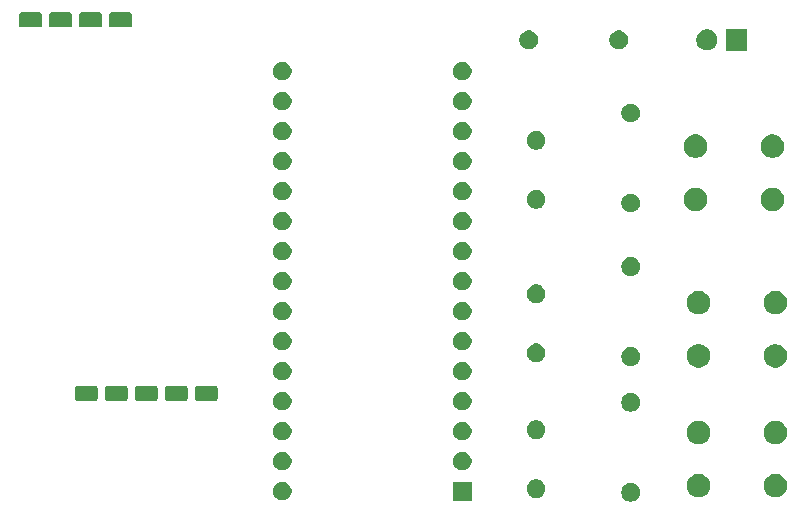
<source format=gbr>
%TF.GenerationSoftware,KiCad,Pcbnew,9.0.1*%
%TF.CreationDate,2025-04-21T23:45:22+05:30*%
%TF.ProjectId,L-1,4c2d312e-6b69-4636-9164-5f7063625858,rev?*%
%TF.SameCoordinates,Original*%
%TF.FileFunction,Soldermask,Top*%
%TF.FilePolarity,Negative*%
%FSLAX46Y46*%
G04 Gerber Fmt 4.6, Leading zero omitted, Abs format (unit mm)*
G04 Created by KiCad (PCBNEW 9.0.1) date 2025-04-21 23:45:22*
%MOMM*%
%LPD*%
G01*
G04 APERTURE LIST*
G04 APERTURE END LIST*
G36*
X134232228Y-99544448D02*
G01*
X134377117Y-99604463D01*
X134507515Y-99691592D01*
X134618408Y-99802485D01*
X134705537Y-99932883D01*
X134765552Y-100077772D01*
X134796148Y-100231586D01*
X134796148Y-100388414D01*
X134765552Y-100542228D01*
X134705537Y-100687117D01*
X134618408Y-100817515D01*
X134507515Y-100928408D01*
X134377117Y-101015537D01*
X134232228Y-101075552D01*
X134078414Y-101106148D01*
X133921586Y-101106148D01*
X133767772Y-101075552D01*
X133622883Y-101015537D01*
X133492485Y-100928408D01*
X133381592Y-100817515D01*
X133294463Y-100687117D01*
X133234448Y-100542228D01*
X133203852Y-100388414D01*
X133203852Y-100231586D01*
X133234448Y-100077772D01*
X133294463Y-99932883D01*
X133381592Y-99802485D01*
X133492485Y-99691592D01*
X133622883Y-99604463D01*
X133767772Y-99544448D01*
X133921586Y-99513852D01*
X134078414Y-99513852D01*
X134232228Y-99544448D01*
G37*
G36*
X120540000Y-101000000D02*
G01*
X118940000Y-101000000D01*
X118940000Y-99400000D01*
X120540000Y-99400000D01*
X120540000Y-101000000D01*
G37*
G36*
X104732228Y-99434448D02*
G01*
X104877117Y-99494463D01*
X105007515Y-99581592D01*
X105118408Y-99692485D01*
X105205537Y-99822883D01*
X105265552Y-99967772D01*
X105296148Y-100121586D01*
X105296148Y-100278414D01*
X105265552Y-100432228D01*
X105205537Y-100577117D01*
X105118408Y-100707515D01*
X105007515Y-100818408D01*
X104877117Y-100905537D01*
X104732228Y-100965552D01*
X104578414Y-100996148D01*
X104421586Y-100996148D01*
X104267772Y-100965552D01*
X104122883Y-100905537D01*
X103992485Y-100818408D01*
X103881592Y-100707515D01*
X103794463Y-100577117D01*
X103734448Y-100432228D01*
X103703852Y-100278414D01*
X103703852Y-100121586D01*
X103734448Y-99967772D01*
X103794463Y-99822883D01*
X103881592Y-99692485D01*
X103992485Y-99581592D01*
X104122883Y-99494463D01*
X104267772Y-99434448D01*
X104421586Y-99403852D01*
X104578414Y-99403852D01*
X104732228Y-99434448D01*
G37*
G36*
X126232228Y-99234448D02*
G01*
X126377117Y-99294463D01*
X126507515Y-99381592D01*
X126618408Y-99492485D01*
X126705537Y-99622883D01*
X126765552Y-99767772D01*
X126796148Y-99921586D01*
X126796148Y-100078414D01*
X126765552Y-100232228D01*
X126705537Y-100377117D01*
X126618408Y-100507515D01*
X126507515Y-100618408D01*
X126377117Y-100705537D01*
X126232228Y-100765552D01*
X126078414Y-100796148D01*
X125921586Y-100796148D01*
X125767772Y-100765552D01*
X125622883Y-100705537D01*
X125492485Y-100618408D01*
X125381592Y-100507515D01*
X125294463Y-100377117D01*
X125234448Y-100232228D01*
X125203852Y-100078414D01*
X125203852Y-99921586D01*
X125234448Y-99767772D01*
X125294463Y-99622883D01*
X125381592Y-99492485D01*
X125492485Y-99381592D01*
X125622883Y-99294463D01*
X125767772Y-99234448D01*
X125921586Y-99203852D01*
X126078414Y-99203852D01*
X126232228Y-99234448D01*
G37*
G36*
X140040285Y-98793060D02*
G01*
X140221397Y-98868079D01*
X140384393Y-98976990D01*
X140523010Y-99115607D01*
X140631921Y-99278603D01*
X140706940Y-99459715D01*
X140745185Y-99651983D01*
X140745185Y-99848017D01*
X140706940Y-100040285D01*
X140631921Y-100221397D01*
X140523010Y-100384393D01*
X140384393Y-100523010D01*
X140221397Y-100631921D01*
X140040285Y-100706940D01*
X139848017Y-100745185D01*
X139651983Y-100745185D01*
X139459715Y-100706940D01*
X139278603Y-100631921D01*
X139115607Y-100523010D01*
X138976990Y-100384393D01*
X138868079Y-100221397D01*
X138793060Y-100040285D01*
X138754815Y-99848017D01*
X138754815Y-99651983D01*
X138793060Y-99459715D01*
X138868079Y-99278603D01*
X138976990Y-99115607D01*
X139115607Y-98976990D01*
X139278603Y-98868079D01*
X139459715Y-98793060D01*
X139651983Y-98754815D01*
X139848017Y-98754815D01*
X140040285Y-98793060D01*
G37*
G36*
X146540285Y-98793060D02*
G01*
X146721397Y-98868079D01*
X146884393Y-98976990D01*
X147023010Y-99115607D01*
X147131921Y-99278603D01*
X147206940Y-99459715D01*
X147245185Y-99651983D01*
X147245185Y-99848017D01*
X147206940Y-100040285D01*
X147131921Y-100221397D01*
X147023010Y-100384393D01*
X146884393Y-100523010D01*
X146721397Y-100631921D01*
X146540285Y-100706940D01*
X146348017Y-100745185D01*
X146151983Y-100745185D01*
X145959715Y-100706940D01*
X145778603Y-100631921D01*
X145615607Y-100523010D01*
X145476990Y-100384393D01*
X145368079Y-100221397D01*
X145293060Y-100040285D01*
X145254815Y-99848017D01*
X145254815Y-99651983D01*
X145293060Y-99459715D01*
X145368079Y-99278603D01*
X145476990Y-99115607D01*
X145615607Y-98976990D01*
X145778603Y-98868079D01*
X145959715Y-98793060D01*
X146151983Y-98754815D01*
X146348017Y-98754815D01*
X146540285Y-98793060D01*
G37*
G36*
X104732228Y-96894448D02*
G01*
X104877117Y-96954463D01*
X105007515Y-97041592D01*
X105118408Y-97152485D01*
X105205537Y-97282883D01*
X105265552Y-97427772D01*
X105296148Y-97581586D01*
X105296148Y-97738414D01*
X105265552Y-97892228D01*
X105205537Y-98037117D01*
X105118408Y-98167515D01*
X105007515Y-98278408D01*
X104877117Y-98365537D01*
X104732228Y-98425552D01*
X104578414Y-98456148D01*
X104421586Y-98456148D01*
X104267772Y-98425552D01*
X104122883Y-98365537D01*
X103992485Y-98278408D01*
X103881592Y-98167515D01*
X103794463Y-98037117D01*
X103734448Y-97892228D01*
X103703852Y-97738414D01*
X103703852Y-97581586D01*
X103734448Y-97427772D01*
X103794463Y-97282883D01*
X103881592Y-97152485D01*
X103992485Y-97041592D01*
X104122883Y-96954463D01*
X104267772Y-96894448D01*
X104421586Y-96863852D01*
X104578414Y-96863852D01*
X104732228Y-96894448D01*
G37*
G36*
X119972228Y-96894448D02*
G01*
X120117117Y-96954463D01*
X120247515Y-97041592D01*
X120358408Y-97152485D01*
X120445537Y-97282883D01*
X120505552Y-97427772D01*
X120536148Y-97581586D01*
X120536148Y-97738414D01*
X120505552Y-97892228D01*
X120445537Y-98037117D01*
X120358408Y-98167515D01*
X120247515Y-98278408D01*
X120117117Y-98365537D01*
X119972228Y-98425552D01*
X119818414Y-98456148D01*
X119661586Y-98456148D01*
X119507772Y-98425552D01*
X119362883Y-98365537D01*
X119232485Y-98278408D01*
X119121592Y-98167515D01*
X119034463Y-98037117D01*
X118974448Y-97892228D01*
X118943852Y-97738414D01*
X118943852Y-97581586D01*
X118974448Y-97427772D01*
X119034463Y-97282883D01*
X119121592Y-97152485D01*
X119232485Y-97041592D01*
X119362883Y-96954463D01*
X119507772Y-96894448D01*
X119661586Y-96863852D01*
X119818414Y-96863852D01*
X119972228Y-96894448D01*
G37*
G36*
X140040285Y-94293060D02*
G01*
X140221397Y-94368079D01*
X140384393Y-94476990D01*
X140523010Y-94615607D01*
X140631921Y-94778603D01*
X140706940Y-94959715D01*
X140745185Y-95151983D01*
X140745185Y-95348017D01*
X140706940Y-95540285D01*
X140631921Y-95721397D01*
X140523010Y-95884393D01*
X140384393Y-96023010D01*
X140221397Y-96131921D01*
X140040285Y-96206940D01*
X139848017Y-96245185D01*
X139651983Y-96245185D01*
X139459715Y-96206940D01*
X139278603Y-96131921D01*
X139115607Y-96023010D01*
X138976990Y-95884393D01*
X138868079Y-95721397D01*
X138793060Y-95540285D01*
X138754815Y-95348017D01*
X138754815Y-95151983D01*
X138793060Y-94959715D01*
X138868079Y-94778603D01*
X138976990Y-94615607D01*
X139115607Y-94476990D01*
X139278603Y-94368079D01*
X139459715Y-94293060D01*
X139651983Y-94254815D01*
X139848017Y-94254815D01*
X140040285Y-94293060D01*
G37*
G36*
X146540285Y-94293060D02*
G01*
X146721397Y-94368079D01*
X146884393Y-94476990D01*
X147023010Y-94615607D01*
X147131921Y-94778603D01*
X147206940Y-94959715D01*
X147245185Y-95151983D01*
X147245185Y-95348017D01*
X147206940Y-95540285D01*
X147131921Y-95721397D01*
X147023010Y-95884393D01*
X146884393Y-96023010D01*
X146721397Y-96131921D01*
X146540285Y-96206940D01*
X146348017Y-96245185D01*
X146151983Y-96245185D01*
X145959715Y-96206940D01*
X145778603Y-96131921D01*
X145615607Y-96023010D01*
X145476990Y-95884393D01*
X145368079Y-95721397D01*
X145293060Y-95540285D01*
X145254815Y-95348017D01*
X145254815Y-95151983D01*
X145293060Y-94959715D01*
X145368079Y-94778603D01*
X145476990Y-94615607D01*
X145615607Y-94476990D01*
X145778603Y-94368079D01*
X145959715Y-94293060D01*
X146151983Y-94254815D01*
X146348017Y-94254815D01*
X146540285Y-94293060D01*
G37*
G36*
X104732228Y-94354448D02*
G01*
X104877117Y-94414463D01*
X105007515Y-94501592D01*
X105118408Y-94612485D01*
X105205537Y-94742883D01*
X105265552Y-94887772D01*
X105296148Y-95041586D01*
X105296148Y-95198414D01*
X105265552Y-95352228D01*
X105205537Y-95497117D01*
X105118408Y-95627515D01*
X105007515Y-95738408D01*
X104877117Y-95825537D01*
X104732228Y-95885552D01*
X104578414Y-95916148D01*
X104421586Y-95916148D01*
X104267772Y-95885552D01*
X104122883Y-95825537D01*
X103992485Y-95738408D01*
X103881592Y-95627515D01*
X103794463Y-95497117D01*
X103734448Y-95352228D01*
X103703852Y-95198414D01*
X103703852Y-95041586D01*
X103734448Y-94887772D01*
X103794463Y-94742883D01*
X103881592Y-94612485D01*
X103992485Y-94501592D01*
X104122883Y-94414463D01*
X104267772Y-94354448D01*
X104421586Y-94323852D01*
X104578414Y-94323852D01*
X104732228Y-94354448D01*
G37*
G36*
X119972228Y-94354448D02*
G01*
X120117117Y-94414463D01*
X120247515Y-94501592D01*
X120358408Y-94612485D01*
X120445537Y-94742883D01*
X120505552Y-94887772D01*
X120536148Y-95041586D01*
X120536148Y-95198414D01*
X120505552Y-95352228D01*
X120445537Y-95497117D01*
X120358408Y-95627515D01*
X120247515Y-95738408D01*
X120117117Y-95825537D01*
X119972228Y-95885552D01*
X119818414Y-95916148D01*
X119661586Y-95916148D01*
X119507772Y-95885552D01*
X119362883Y-95825537D01*
X119232485Y-95738408D01*
X119121592Y-95627515D01*
X119034463Y-95497117D01*
X118974448Y-95352228D01*
X118943852Y-95198414D01*
X118943852Y-95041586D01*
X118974448Y-94887772D01*
X119034463Y-94742883D01*
X119121592Y-94612485D01*
X119232485Y-94501592D01*
X119362883Y-94414463D01*
X119507772Y-94354448D01*
X119661586Y-94323852D01*
X119818414Y-94323852D01*
X119972228Y-94354448D01*
G37*
G36*
X126232228Y-94234448D02*
G01*
X126377117Y-94294463D01*
X126507515Y-94381592D01*
X126618408Y-94492485D01*
X126705537Y-94622883D01*
X126765552Y-94767772D01*
X126796148Y-94921586D01*
X126796148Y-95078414D01*
X126765552Y-95232228D01*
X126705537Y-95377117D01*
X126618408Y-95507515D01*
X126507515Y-95618408D01*
X126377117Y-95705537D01*
X126232228Y-95765552D01*
X126078414Y-95796148D01*
X125921586Y-95796148D01*
X125767772Y-95765552D01*
X125622883Y-95705537D01*
X125492485Y-95618408D01*
X125381592Y-95507515D01*
X125294463Y-95377117D01*
X125234448Y-95232228D01*
X125203852Y-95078414D01*
X125203852Y-94921586D01*
X125234448Y-94767772D01*
X125294463Y-94622883D01*
X125381592Y-94492485D01*
X125492485Y-94381592D01*
X125622883Y-94294463D01*
X125767772Y-94234448D01*
X125921586Y-94203852D01*
X126078414Y-94203852D01*
X126232228Y-94234448D01*
G37*
G36*
X134232228Y-91924448D02*
G01*
X134377117Y-91984463D01*
X134507515Y-92071592D01*
X134618408Y-92182485D01*
X134705537Y-92312883D01*
X134765552Y-92457772D01*
X134796148Y-92611586D01*
X134796148Y-92768414D01*
X134765552Y-92922228D01*
X134705537Y-93067117D01*
X134618408Y-93197515D01*
X134507515Y-93308408D01*
X134377117Y-93395537D01*
X134232228Y-93455552D01*
X134078414Y-93486148D01*
X133921586Y-93486148D01*
X133767772Y-93455552D01*
X133622883Y-93395537D01*
X133492485Y-93308408D01*
X133381592Y-93197515D01*
X133294463Y-93067117D01*
X133234448Y-92922228D01*
X133203852Y-92768414D01*
X133203852Y-92611586D01*
X133234448Y-92457772D01*
X133294463Y-92312883D01*
X133381592Y-92182485D01*
X133492485Y-92071592D01*
X133622883Y-91984463D01*
X133767772Y-91924448D01*
X133921586Y-91893852D01*
X134078414Y-91893852D01*
X134232228Y-91924448D01*
G37*
G36*
X104732228Y-91814448D02*
G01*
X104877117Y-91874463D01*
X105007515Y-91961592D01*
X105118408Y-92072485D01*
X105205537Y-92202883D01*
X105265552Y-92347772D01*
X105296148Y-92501586D01*
X105296148Y-92658414D01*
X105265552Y-92812228D01*
X105205537Y-92957117D01*
X105118408Y-93087515D01*
X105007515Y-93198408D01*
X104877117Y-93285537D01*
X104732228Y-93345552D01*
X104578414Y-93376148D01*
X104421586Y-93376148D01*
X104267772Y-93345552D01*
X104122883Y-93285537D01*
X103992485Y-93198408D01*
X103881592Y-93087515D01*
X103794463Y-92957117D01*
X103734448Y-92812228D01*
X103703852Y-92658414D01*
X103703852Y-92501586D01*
X103734448Y-92347772D01*
X103794463Y-92202883D01*
X103881592Y-92072485D01*
X103992485Y-91961592D01*
X104122883Y-91874463D01*
X104267772Y-91814448D01*
X104421586Y-91783852D01*
X104578414Y-91783852D01*
X104732228Y-91814448D01*
G37*
G36*
X119972228Y-91814448D02*
G01*
X120117117Y-91874463D01*
X120247515Y-91961592D01*
X120358408Y-92072485D01*
X120445537Y-92202883D01*
X120505552Y-92347772D01*
X120536148Y-92501586D01*
X120536148Y-92658414D01*
X120505552Y-92812228D01*
X120445537Y-92957117D01*
X120358408Y-93087515D01*
X120247515Y-93198408D01*
X120117117Y-93285537D01*
X119972228Y-93345552D01*
X119818414Y-93376148D01*
X119661586Y-93376148D01*
X119507772Y-93345552D01*
X119362883Y-93285537D01*
X119232485Y-93198408D01*
X119121592Y-93087515D01*
X119034463Y-92957117D01*
X118974448Y-92812228D01*
X118943852Y-92658414D01*
X118943852Y-92501586D01*
X118974448Y-92347772D01*
X119034463Y-92202883D01*
X119121592Y-92072485D01*
X119232485Y-91961592D01*
X119362883Y-91874463D01*
X119507772Y-91814448D01*
X119661586Y-91783852D01*
X119818414Y-91783852D01*
X119972228Y-91814448D01*
G37*
G36*
X88754901Y-91299501D02*
G01*
X88816704Y-91340796D01*
X88857999Y-91402599D01*
X88872500Y-91475500D01*
X88872500Y-92364500D01*
X88857999Y-92437401D01*
X88816704Y-92499204D01*
X88754901Y-92540499D01*
X88682000Y-92555000D01*
X87158000Y-92555000D01*
X87085099Y-92540499D01*
X87023296Y-92499204D01*
X86982001Y-92437401D01*
X86967500Y-92364500D01*
X86967500Y-91475500D01*
X86982001Y-91402599D01*
X87023296Y-91340796D01*
X87085099Y-91299501D01*
X87158000Y-91285000D01*
X88682000Y-91285000D01*
X88754901Y-91299501D01*
G37*
G36*
X91294901Y-91299501D02*
G01*
X91356704Y-91340796D01*
X91397999Y-91402599D01*
X91412500Y-91475500D01*
X91412500Y-92364500D01*
X91397999Y-92437401D01*
X91356704Y-92499204D01*
X91294901Y-92540499D01*
X91222000Y-92555000D01*
X89698000Y-92555000D01*
X89625099Y-92540499D01*
X89563296Y-92499204D01*
X89522001Y-92437401D01*
X89507500Y-92364500D01*
X89507500Y-91475500D01*
X89522001Y-91402599D01*
X89563296Y-91340796D01*
X89625099Y-91299501D01*
X89698000Y-91285000D01*
X91222000Y-91285000D01*
X91294901Y-91299501D01*
G37*
G36*
X93834901Y-91299501D02*
G01*
X93896704Y-91340796D01*
X93937999Y-91402599D01*
X93952500Y-91475500D01*
X93952500Y-92364500D01*
X93937999Y-92437401D01*
X93896704Y-92499204D01*
X93834901Y-92540499D01*
X93762000Y-92555000D01*
X92238000Y-92555000D01*
X92165099Y-92540499D01*
X92103296Y-92499204D01*
X92062001Y-92437401D01*
X92047500Y-92364500D01*
X92047500Y-91475500D01*
X92062001Y-91402599D01*
X92103296Y-91340796D01*
X92165099Y-91299501D01*
X92238000Y-91285000D01*
X93762000Y-91285000D01*
X93834901Y-91299501D01*
G37*
G36*
X96374901Y-91299501D02*
G01*
X96436704Y-91340796D01*
X96477999Y-91402599D01*
X96492500Y-91475500D01*
X96492500Y-92364500D01*
X96477999Y-92437401D01*
X96436704Y-92499204D01*
X96374901Y-92540499D01*
X96302000Y-92555000D01*
X94778000Y-92555000D01*
X94705099Y-92540499D01*
X94643296Y-92499204D01*
X94602001Y-92437401D01*
X94587500Y-92364500D01*
X94587500Y-91475500D01*
X94602001Y-91402599D01*
X94643296Y-91340796D01*
X94705099Y-91299501D01*
X94778000Y-91285000D01*
X96302000Y-91285000D01*
X96374901Y-91299501D01*
G37*
G36*
X98914901Y-91299501D02*
G01*
X98976704Y-91340796D01*
X99017999Y-91402599D01*
X99032500Y-91475500D01*
X99032500Y-92364500D01*
X99017999Y-92437401D01*
X98976704Y-92499204D01*
X98914901Y-92540499D01*
X98842000Y-92555000D01*
X97318000Y-92555000D01*
X97245099Y-92540499D01*
X97183296Y-92499204D01*
X97142001Y-92437401D01*
X97127500Y-92364500D01*
X97127500Y-91475500D01*
X97142001Y-91402599D01*
X97183296Y-91340796D01*
X97245099Y-91299501D01*
X97318000Y-91285000D01*
X98842000Y-91285000D01*
X98914901Y-91299501D01*
G37*
G36*
X104732228Y-89274448D02*
G01*
X104877117Y-89334463D01*
X105007515Y-89421592D01*
X105118408Y-89532485D01*
X105205537Y-89662883D01*
X105265552Y-89807772D01*
X105296148Y-89961586D01*
X105296148Y-90118414D01*
X105265552Y-90272228D01*
X105205537Y-90417117D01*
X105118408Y-90547515D01*
X105007515Y-90658408D01*
X104877117Y-90745537D01*
X104732228Y-90805552D01*
X104578414Y-90836148D01*
X104421586Y-90836148D01*
X104267772Y-90805552D01*
X104122883Y-90745537D01*
X103992485Y-90658408D01*
X103881592Y-90547515D01*
X103794463Y-90417117D01*
X103734448Y-90272228D01*
X103703852Y-90118414D01*
X103703852Y-89961586D01*
X103734448Y-89807772D01*
X103794463Y-89662883D01*
X103881592Y-89532485D01*
X103992485Y-89421592D01*
X104122883Y-89334463D01*
X104267772Y-89274448D01*
X104421586Y-89243852D01*
X104578414Y-89243852D01*
X104732228Y-89274448D01*
G37*
G36*
X119972228Y-89274448D02*
G01*
X120117117Y-89334463D01*
X120247515Y-89421592D01*
X120358408Y-89532485D01*
X120445537Y-89662883D01*
X120505552Y-89807772D01*
X120536148Y-89961586D01*
X120536148Y-90118414D01*
X120505552Y-90272228D01*
X120445537Y-90417117D01*
X120358408Y-90547515D01*
X120247515Y-90658408D01*
X120117117Y-90745537D01*
X119972228Y-90805552D01*
X119818414Y-90836148D01*
X119661586Y-90836148D01*
X119507772Y-90805552D01*
X119362883Y-90745537D01*
X119232485Y-90658408D01*
X119121592Y-90547515D01*
X119034463Y-90417117D01*
X118974448Y-90272228D01*
X118943852Y-90118414D01*
X118943852Y-89961586D01*
X118974448Y-89807772D01*
X119034463Y-89662883D01*
X119121592Y-89532485D01*
X119232485Y-89421592D01*
X119362883Y-89334463D01*
X119507772Y-89274448D01*
X119661586Y-89243852D01*
X119818414Y-89243852D01*
X119972228Y-89274448D01*
G37*
G36*
X140040285Y-87793060D02*
G01*
X140221397Y-87868079D01*
X140384393Y-87976990D01*
X140523010Y-88115607D01*
X140631921Y-88278603D01*
X140706940Y-88459715D01*
X140745185Y-88651983D01*
X140745185Y-88848017D01*
X140706940Y-89040285D01*
X140631921Y-89221397D01*
X140523010Y-89384393D01*
X140384393Y-89523010D01*
X140221397Y-89631921D01*
X140040285Y-89706940D01*
X139848017Y-89745185D01*
X139651983Y-89745185D01*
X139459715Y-89706940D01*
X139278603Y-89631921D01*
X139115607Y-89523010D01*
X138976990Y-89384393D01*
X138868079Y-89221397D01*
X138793060Y-89040285D01*
X138754815Y-88848017D01*
X138754815Y-88651983D01*
X138793060Y-88459715D01*
X138868079Y-88278603D01*
X138976990Y-88115607D01*
X139115607Y-87976990D01*
X139278603Y-87868079D01*
X139459715Y-87793060D01*
X139651983Y-87754815D01*
X139848017Y-87754815D01*
X140040285Y-87793060D01*
G37*
G36*
X146540285Y-87793060D02*
G01*
X146721397Y-87868079D01*
X146884393Y-87976990D01*
X147023010Y-88115607D01*
X147131921Y-88278603D01*
X147206940Y-88459715D01*
X147245185Y-88651983D01*
X147245185Y-88848017D01*
X147206940Y-89040285D01*
X147131921Y-89221397D01*
X147023010Y-89384393D01*
X146884393Y-89523010D01*
X146721397Y-89631921D01*
X146540285Y-89706940D01*
X146348017Y-89745185D01*
X146151983Y-89745185D01*
X145959715Y-89706940D01*
X145778603Y-89631921D01*
X145615607Y-89523010D01*
X145476990Y-89384393D01*
X145368079Y-89221397D01*
X145293060Y-89040285D01*
X145254815Y-88848017D01*
X145254815Y-88651983D01*
X145293060Y-88459715D01*
X145368079Y-88278603D01*
X145476990Y-88115607D01*
X145615607Y-87976990D01*
X145778603Y-87868079D01*
X145959715Y-87793060D01*
X146151983Y-87754815D01*
X146348017Y-87754815D01*
X146540285Y-87793060D01*
G37*
G36*
X134232228Y-88044448D02*
G01*
X134377117Y-88104463D01*
X134507515Y-88191592D01*
X134618408Y-88302485D01*
X134705537Y-88432883D01*
X134765552Y-88577772D01*
X134796148Y-88731586D01*
X134796148Y-88888414D01*
X134765552Y-89042228D01*
X134705537Y-89187117D01*
X134618408Y-89317515D01*
X134507515Y-89428408D01*
X134377117Y-89515537D01*
X134232228Y-89575552D01*
X134078414Y-89606148D01*
X133921586Y-89606148D01*
X133767772Y-89575552D01*
X133622883Y-89515537D01*
X133492485Y-89428408D01*
X133381592Y-89317515D01*
X133294463Y-89187117D01*
X133234448Y-89042228D01*
X133203852Y-88888414D01*
X133203852Y-88731586D01*
X133234448Y-88577772D01*
X133294463Y-88432883D01*
X133381592Y-88302485D01*
X133492485Y-88191592D01*
X133622883Y-88104463D01*
X133767772Y-88044448D01*
X133921586Y-88013852D01*
X134078414Y-88013852D01*
X134232228Y-88044448D01*
G37*
G36*
X126232228Y-87734448D02*
G01*
X126377117Y-87794463D01*
X126507515Y-87881592D01*
X126618408Y-87992485D01*
X126705537Y-88122883D01*
X126765552Y-88267772D01*
X126796148Y-88421586D01*
X126796148Y-88578414D01*
X126765552Y-88732228D01*
X126705537Y-88877117D01*
X126618408Y-89007515D01*
X126507515Y-89118408D01*
X126377117Y-89205537D01*
X126232228Y-89265552D01*
X126078414Y-89296148D01*
X125921586Y-89296148D01*
X125767772Y-89265552D01*
X125622883Y-89205537D01*
X125492485Y-89118408D01*
X125381592Y-89007515D01*
X125294463Y-88877117D01*
X125234448Y-88732228D01*
X125203852Y-88578414D01*
X125203852Y-88421586D01*
X125234448Y-88267772D01*
X125294463Y-88122883D01*
X125381592Y-87992485D01*
X125492485Y-87881592D01*
X125622883Y-87794463D01*
X125767772Y-87734448D01*
X125921586Y-87703852D01*
X126078414Y-87703852D01*
X126232228Y-87734448D01*
G37*
G36*
X104732228Y-86734448D02*
G01*
X104877117Y-86794463D01*
X105007515Y-86881592D01*
X105118408Y-86992485D01*
X105205537Y-87122883D01*
X105265552Y-87267772D01*
X105296148Y-87421586D01*
X105296148Y-87578414D01*
X105265552Y-87732228D01*
X105205537Y-87877117D01*
X105118408Y-88007515D01*
X105007515Y-88118408D01*
X104877117Y-88205537D01*
X104732228Y-88265552D01*
X104578414Y-88296148D01*
X104421586Y-88296148D01*
X104267772Y-88265552D01*
X104122883Y-88205537D01*
X103992485Y-88118408D01*
X103881592Y-88007515D01*
X103794463Y-87877117D01*
X103734448Y-87732228D01*
X103703852Y-87578414D01*
X103703852Y-87421586D01*
X103734448Y-87267772D01*
X103794463Y-87122883D01*
X103881592Y-86992485D01*
X103992485Y-86881592D01*
X104122883Y-86794463D01*
X104267772Y-86734448D01*
X104421586Y-86703852D01*
X104578414Y-86703852D01*
X104732228Y-86734448D01*
G37*
G36*
X119972228Y-86734448D02*
G01*
X120117117Y-86794463D01*
X120247515Y-86881592D01*
X120358408Y-86992485D01*
X120445537Y-87122883D01*
X120505552Y-87267772D01*
X120536148Y-87421586D01*
X120536148Y-87578414D01*
X120505552Y-87732228D01*
X120445537Y-87877117D01*
X120358408Y-88007515D01*
X120247515Y-88118408D01*
X120117117Y-88205537D01*
X119972228Y-88265552D01*
X119818414Y-88296148D01*
X119661586Y-88296148D01*
X119507772Y-88265552D01*
X119362883Y-88205537D01*
X119232485Y-88118408D01*
X119121592Y-88007515D01*
X119034463Y-87877117D01*
X118974448Y-87732228D01*
X118943852Y-87578414D01*
X118943852Y-87421586D01*
X118974448Y-87267772D01*
X119034463Y-87122883D01*
X119121592Y-86992485D01*
X119232485Y-86881592D01*
X119362883Y-86794463D01*
X119507772Y-86734448D01*
X119661586Y-86703852D01*
X119818414Y-86703852D01*
X119972228Y-86734448D01*
G37*
G36*
X104732228Y-84194448D02*
G01*
X104877117Y-84254463D01*
X105007515Y-84341592D01*
X105118408Y-84452485D01*
X105205537Y-84582883D01*
X105265552Y-84727772D01*
X105296148Y-84881586D01*
X105296148Y-85038414D01*
X105265552Y-85192228D01*
X105205537Y-85337117D01*
X105118408Y-85467515D01*
X105007515Y-85578408D01*
X104877117Y-85665537D01*
X104732228Y-85725552D01*
X104578414Y-85756148D01*
X104421586Y-85756148D01*
X104267772Y-85725552D01*
X104122883Y-85665537D01*
X103992485Y-85578408D01*
X103881592Y-85467515D01*
X103794463Y-85337117D01*
X103734448Y-85192228D01*
X103703852Y-85038414D01*
X103703852Y-84881586D01*
X103734448Y-84727772D01*
X103794463Y-84582883D01*
X103881592Y-84452485D01*
X103992485Y-84341592D01*
X104122883Y-84254463D01*
X104267772Y-84194448D01*
X104421586Y-84163852D01*
X104578414Y-84163852D01*
X104732228Y-84194448D01*
G37*
G36*
X119972228Y-84194448D02*
G01*
X120117117Y-84254463D01*
X120247515Y-84341592D01*
X120358408Y-84452485D01*
X120445537Y-84582883D01*
X120505552Y-84727772D01*
X120536148Y-84881586D01*
X120536148Y-85038414D01*
X120505552Y-85192228D01*
X120445537Y-85337117D01*
X120358408Y-85467515D01*
X120247515Y-85578408D01*
X120117117Y-85665537D01*
X119972228Y-85725552D01*
X119818414Y-85756148D01*
X119661586Y-85756148D01*
X119507772Y-85725552D01*
X119362883Y-85665537D01*
X119232485Y-85578408D01*
X119121592Y-85467515D01*
X119034463Y-85337117D01*
X118974448Y-85192228D01*
X118943852Y-85038414D01*
X118943852Y-84881586D01*
X118974448Y-84727772D01*
X119034463Y-84582883D01*
X119121592Y-84452485D01*
X119232485Y-84341592D01*
X119362883Y-84254463D01*
X119507772Y-84194448D01*
X119661586Y-84163852D01*
X119818414Y-84163852D01*
X119972228Y-84194448D01*
G37*
G36*
X140040285Y-83293060D02*
G01*
X140221397Y-83368079D01*
X140384393Y-83476990D01*
X140523010Y-83615607D01*
X140631921Y-83778603D01*
X140706940Y-83959715D01*
X140745185Y-84151983D01*
X140745185Y-84348017D01*
X140706940Y-84540285D01*
X140631921Y-84721397D01*
X140523010Y-84884393D01*
X140384393Y-85023010D01*
X140221397Y-85131921D01*
X140040285Y-85206940D01*
X139848017Y-85245185D01*
X139651983Y-85245185D01*
X139459715Y-85206940D01*
X139278603Y-85131921D01*
X139115607Y-85023010D01*
X138976990Y-84884393D01*
X138868079Y-84721397D01*
X138793060Y-84540285D01*
X138754815Y-84348017D01*
X138754815Y-84151983D01*
X138793060Y-83959715D01*
X138868079Y-83778603D01*
X138976990Y-83615607D01*
X139115607Y-83476990D01*
X139278603Y-83368079D01*
X139459715Y-83293060D01*
X139651983Y-83254815D01*
X139848017Y-83254815D01*
X140040285Y-83293060D01*
G37*
G36*
X146540285Y-83293060D02*
G01*
X146721397Y-83368079D01*
X146884393Y-83476990D01*
X147023010Y-83615607D01*
X147131921Y-83778603D01*
X147206940Y-83959715D01*
X147245185Y-84151983D01*
X147245185Y-84348017D01*
X147206940Y-84540285D01*
X147131921Y-84721397D01*
X147023010Y-84884393D01*
X146884393Y-85023010D01*
X146721397Y-85131921D01*
X146540285Y-85206940D01*
X146348017Y-85245185D01*
X146151983Y-85245185D01*
X145959715Y-85206940D01*
X145778603Y-85131921D01*
X145615607Y-85023010D01*
X145476990Y-84884393D01*
X145368079Y-84721397D01*
X145293060Y-84540285D01*
X145254815Y-84348017D01*
X145254815Y-84151983D01*
X145293060Y-83959715D01*
X145368079Y-83778603D01*
X145476990Y-83615607D01*
X145615607Y-83476990D01*
X145778603Y-83368079D01*
X145959715Y-83293060D01*
X146151983Y-83254815D01*
X146348017Y-83254815D01*
X146540285Y-83293060D01*
G37*
G36*
X126232228Y-82734448D02*
G01*
X126377117Y-82794463D01*
X126507515Y-82881592D01*
X126618408Y-82992485D01*
X126705537Y-83122883D01*
X126765552Y-83267772D01*
X126796148Y-83421586D01*
X126796148Y-83578414D01*
X126765552Y-83732228D01*
X126705537Y-83877117D01*
X126618408Y-84007515D01*
X126507515Y-84118408D01*
X126377117Y-84205537D01*
X126232228Y-84265552D01*
X126078414Y-84296148D01*
X125921586Y-84296148D01*
X125767772Y-84265552D01*
X125622883Y-84205537D01*
X125492485Y-84118408D01*
X125381592Y-84007515D01*
X125294463Y-83877117D01*
X125234448Y-83732228D01*
X125203852Y-83578414D01*
X125203852Y-83421586D01*
X125234448Y-83267772D01*
X125294463Y-83122883D01*
X125381592Y-82992485D01*
X125492485Y-82881592D01*
X125622883Y-82794463D01*
X125767772Y-82734448D01*
X125921586Y-82703852D01*
X126078414Y-82703852D01*
X126232228Y-82734448D01*
G37*
G36*
X104732228Y-81654448D02*
G01*
X104877117Y-81714463D01*
X105007515Y-81801592D01*
X105118408Y-81912485D01*
X105205537Y-82042883D01*
X105265552Y-82187772D01*
X105296148Y-82341586D01*
X105296148Y-82498414D01*
X105265552Y-82652228D01*
X105205537Y-82797117D01*
X105118408Y-82927515D01*
X105007515Y-83038408D01*
X104877117Y-83125537D01*
X104732228Y-83185552D01*
X104578414Y-83216148D01*
X104421586Y-83216148D01*
X104267772Y-83185552D01*
X104122883Y-83125537D01*
X103992485Y-83038408D01*
X103881592Y-82927515D01*
X103794463Y-82797117D01*
X103734448Y-82652228D01*
X103703852Y-82498414D01*
X103703852Y-82341586D01*
X103734448Y-82187772D01*
X103794463Y-82042883D01*
X103881592Y-81912485D01*
X103992485Y-81801592D01*
X104122883Y-81714463D01*
X104267772Y-81654448D01*
X104421586Y-81623852D01*
X104578414Y-81623852D01*
X104732228Y-81654448D01*
G37*
G36*
X119972228Y-81654448D02*
G01*
X120117117Y-81714463D01*
X120247515Y-81801592D01*
X120358408Y-81912485D01*
X120445537Y-82042883D01*
X120505552Y-82187772D01*
X120536148Y-82341586D01*
X120536148Y-82498414D01*
X120505552Y-82652228D01*
X120445537Y-82797117D01*
X120358408Y-82927515D01*
X120247515Y-83038408D01*
X120117117Y-83125537D01*
X119972228Y-83185552D01*
X119818414Y-83216148D01*
X119661586Y-83216148D01*
X119507772Y-83185552D01*
X119362883Y-83125537D01*
X119232485Y-83038408D01*
X119121592Y-82927515D01*
X119034463Y-82797117D01*
X118974448Y-82652228D01*
X118943852Y-82498414D01*
X118943852Y-82341586D01*
X118974448Y-82187772D01*
X119034463Y-82042883D01*
X119121592Y-81912485D01*
X119232485Y-81801592D01*
X119362883Y-81714463D01*
X119507772Y-81654448D01*
X119661586Y-81623852D01*
X119818414Y-81623852D01*
X119972228Y-81654448D01*
G37*
G36*
X134232228Y-80424448D02*
G01*
X134377117Y-80484463D01*
X134507515Y-80571592D01*
X134618408Y-80682485D01*
X134705537Y-80812883D01*
X134765552Y-80957772D01*
X134796148Y-81111586D01*
X134796148Y-81268414D01*
X134765552Y-81422228D01*
X134705537Y-81567117D01*
X134618408Y-81697515D01*
X134507515Y-81808408D01*
X134377117Y-81895537D01*
X134232228Y-81955552D01*
X134078414Y-81986148D01*
X133921586Y-81986148D01*
X133767772Y-81955552D01*
X133622883Y-81895537D01*
X133492485Y-81808408D01*
X133381592Y-81697515D01*
X133294463Y-81567117D01*
X133234448Y-81422228D01*
X133203852Y-81268414D01*
X133203852Y-81111586D01*
X133234448Y-80957772D01*
X133294463Y-80812883D01*
X133381592Y-80682485D01*
X133492485Y-80571592D01*
X133622883Y-80484463D01*
X133767772Y-80424448D01*
X133921586Y-80393852D01*
X134078414Y-80393852D01*
X134232228Y-80424448D01*
G37*
G36*
X104732228Y-79114448D02*
G01*
X104877117Y-79174463D01*
X105007515Y-79261592D01*
X105118408Y-79372485D01*
X105205537Y-79502883D01*
X105265552Y-79647772D01*
X105296148Y-79801586D01*
X105296148Y-79958414D01*
X105265552Y-80112228D01*
X105205537Y-80257117D01*
X105118408Y-80387515D01*
X105007515Y-80498408D01*
X104877117Y-80585537D01*
X104732228Y-80645552D01*
X104578414Y-80676148D01*
X104421586Y-80676148D01*
X104267772Y-80645552D01*
X104122883Y-80585537D01*
X103992485Y-80498408D01*
X103881592Y-80387515D01*
X103794463Y-80257117D01*
X103734448Y-80112228D01*
X103703852Y-79958414D01*
X103703852Y-79801586D01*
X103734448Y-79647772D01*
X103794463Y-79502883D01*
X103881592Y-79372485D01*
X103992485Y-79261592D01*
X104122883Y-79174463D01*
X104267772Y-79114448D01*
X104421586Y-79083852D01*
X104578414Y-79083852D01*
X104732228Y-79114448D01*
G37*
G36*
X119972228Y-79114448D02*
G01*
X120117117Y-79174463D01*
X120247515Y-79261592D01*
X120358408Y-79372485D01*
X120445537Y-79502883D01*
X120505552Y-79647772D01*
X120536148Y-79801586D01*
X120536148Y-79958414D01*
X120505552Y-80112228D01*
X120445537Y-80257117D01*
X120358408Y-80387515D01*
X120247515Y-80498408D01*
X120117117Y-80585537D01*
X119972228Y-80645552D01*
X119818414Y-80676148D01*
X119661586Y-80676148D01*
X119507772Y-80645552D01*
X119362883Y-80585537D01*
X119232485Y-80498408D01*
X119121592Y-80387515D01*
X119034463Y-80257117D01*
X118974448Y-80112228D01*
X118943852Y-79958414D01*
X118943852Y-79801586D01*
X118974448Y-79647772D01*
X119034463Y-79502883D01*
X119121592Y-79372485D01*
X119232485Y-79261592D01*
X119362883Y-79174463D01*
X119507772Y-79114448D01*
X119661586Y-79083852D01*
X119818414Y-79083852D01*
X119972228Y-79114448D01*
G37*
G36*
X104732228Y-76574448D02*
G01*
X104877117Y-76634463D01*
X105007515Y-76721592D01*
X105118408Y-76832485D01*
X105205537Y-76962883D01*
X105265552Y-77107772D01*
X105296148Y-77261586D01*
X105296148Y-77418414D01*
X105265552Y-77572228D01*
X105205537Y-77717117D01*
X105118408Y-77847515D01*
X105007515Y-77958408D01*
X104877117Y-78045537D01*
X104732228Y-78105552D01*
X104578414Y-78136148D01*
X104421586Y-78136148D01*
X104267772Y-78105552D01*
X104122883Y-78045537D01*
X103992485Y-77958408D01*
X103881592Y-77847515D01*
X103794463Y-77717117D01*
X103734448Y-77572228D01*
X103703852Y-77418414D01*
X103703852Y-77261586D01*
X103734448Y-77107772D01*
X103794463Y-76962883D01*
X103881592Y-76832485D01*
X103992485Y-76721592D01*
X104122883Y-76634463D01*
X104267772Y-76574448D01*
X104421586Y-76543852D01*
X104578414Y-76543852D01*
X104732228Y-76574448D01*
G37*
G36*
X119972228Y-76574448D02*
G01*
X120117117Y-76634463D01*
X120247515Y-76721592D01*
X120358408Y-76832485D01*
X120445537Y-76962883D01*
X120505552Y-77107772D01*
X120536148Y-77261586D01*
X120536148Y-77418414D01*
X120505552Y-77572228D01*
X120445537Y-77717117D01*
X120358408Y-77847515D01*
X120247515Y-77958408D01*
X120117117Y-78045537D01*
X119972228Y-78105552D01*
X119818414Y-78136148D01*
X119661586Y-78136148D01*
X119507772Y-78105552D01*
X119362883Y-78045537D01*
X119232485Y-77958408D01*
X119121592Y-77847515D01*
X119034463Y-77717117D01*
X118974448Y-77572228D01*
X118943852Y-77418414D01*
X118943852Y-77261586D01*
X118974448Y-77107772D01*
X119034463Y-76962883D01*
X119121592Y-76832485D01*
X119232485Y-76721592D01*
X119362883Y-76634463D01*
X119507772Y-76574448D01*
X119661586Y-76543852D01*
X119818414Y-76543852D01*
X119972228Y-76574448D01*
G37*
G36*
X134232228Y-75044448D02*
G01*
X134377117Y-75104463D01*
X134507515Y-75191592D01*
X134618408Y-75302485D01*
X134705537Y-75432883D01*
X134765552Y-75577772D01*
X134796148Y-75731586D01*
X134796148Y-75888414D01*
X134765552Y-76042228D01*
X134705537Y-76187117D01*
X134618408Y-76317515D01*
X134507515Y-76428408D01*
X134377117Y-76515537D01*
X134232228Y-76575552D01*
X134078414Y-76606148D01*
X133921586Y-76606148D01*
X133767772Y-76575552D01*
X133622883Y-76515537D01*
X133492485Y-76428408D01*
X133381592Y-76317515D01*
X133294463Y-76187117D01*
X133234448Y-76042228D01*
X133203852Y-75888414D01*
X133203852Y-75731586D01*
X133234448Y-75577772D01*
X133294463Y-75432883D01*
X133381592Y-75302485D01*
X133492485Y-75191592D01*
X133622883Y-75104463D01*
X133767772Y-75044448D01*
X133921586Y-75013852D01*
X134078414Y-75013852D01*
X134232228Y-75044448D01*
G37*
G36*
X139790285Y-74543060D02*
G01*
X139971397Y-74618079D01*
X140134393Y-74726990D01*
X140273010Y-74865607D01*
X140381921Y-75028603D01*
X140456940Y-75209715D01*
X140495185Y-75401983D01*
X140495185Y-75598017D01*
X140456940Y-75790285D01*
X140381921Y-75971397D01*
X140273010Y-76134393D01*
X140134393Y-76273010D01*
X139971397Y-76381921D01*
X139790285Y-76456940D01*
X139598017Y-76495185D01*
X139401983Y-76495185D01*
X139209715Y-76456940D01*
X139028603Y-76381921D01*
X138865607Y-76273010D01*
X138726990Y-76134393D01*
X138618079Y-75971397D01*
X138543060Y-75790285D01*
X138504815Y-75598017D01*
X138504815Y-75401983D01*
X138543060Y-75209715D01*
X138618079Y-75028603D01*
X138726990Y-74865607D01*
X138865607Y-74726990D01*
X139028603Y-74618079D01*
X139209715Y-74543060D01*
X139401983Y-74504815D01*
X139598017Y-74504815D01*
X139790285Y-74543060D01*
G37*
G36*
X146290285Y-74543060D02*
G01*
X146471397Y-74618079D01*
X146634393Y-74726990D01*
X146773010Y-74865607D01*
X146881921Y-75028603D01*
X146956940Y-75209715D01*
X146995185Y-75401983D01*
X146995185Y-75598017D01*
X146956940Y-75790285D01*
X146881921Y-75971397D01*
X146773010Y-76134393D01*
X146634393Y-76273010D01*
X146471397Y-76381921D01*
X146290285Y-76456940D01*
X146098017Y-76495185D01*
X145901983Y-76495185D01*
X145709715Y-76456940D01*
X145528603Y-76381921D01*
X145365607Y-76273010D01*
X145226990Y-76134393D01*
X145118079Y-75971397D01*
X145043060Y-75790285D01*
X145004815Y-75598017D01*
X145004815Y-75401983D01*
X145043060Y-75209715D01*
X145118079Y-75028603D01*
X145226990Y-74865607D01*
X145365607Y-74726990D01*
X145528603Y-74618079D01*
X145709715Y-74543060D01*
X145901983Y-74504815D01*
X146098017Y-74504815D01*
X146290285Y-74543060D01*
G37*
G36*
X126232228Y-74734448D02*
G01*
X126377117Y-74794463D01*
X126507515Y-74881592D01*
X126618408Y-74992485D01*
X126705537Y-75122883D01*
X126765552Y-75267772D01*
X126796148Y-75421586D01*
X126796148Y-75578414D01*
X126765552Y-75732228D01*
X126705537Y-75877117D01*
X126618408Y-76007515D01*
X126507515Y-76118408D01*
X126377117Y-76205537D01*
X126232228Y-76265552D01*
X126078414Y-76296148D01*
X125921586Y-76296148D01*
X125767772Y-76265552D01*
X125622883Y-76205537D01*
X125492485Y-76118408D01*
X125381592Y-76007515D01*
X125294463Y-75877117D01*
X125234448Y-75732228D01*
X125203852Y-75578414D01*
X125203852Y-75421586D01*
X125234448Y-75267772D01*
X125294463Y-75122883D01*
X125381592Y-74992485D01*
X125492485Y-74881592D01*
X125622883Y-74794463D01*
X125767772Y-74734448D01*
X125921586Y-74703852D01*
X126078414Y-74703852D01*
X126232228Y-74734448D01*
G37*
G36*
X104732228Y-74034448D02*
G01*
X104877117Y-74094463D01*
X105007515Y-74181592D01*
X105118408Y-74292485D01*
X105205537Y-74422883D01*
X105265552Y-74567772D01*
X105296148Y-74721586D01*
X105296148Y-74878414D01*
X105265552Y-75032228D01*
X105205537Y-75177117D01*
X105118408Y-75307515D01*
X105007515Y-75418408D01*
X104877117Y-75505537D01*
X104732228Y-75565552D01*
X104578414Y-75596148D01*
X104421586Y-75596148D01*
X104267772Y-75565552D01*
X104122883Y-75505537D01*
X103992485Y-75418408D01*
X103881592Y-75307515D01*
X103794463Y-75177117D01*
X103734448Y-75032228D01*
X103703852Y-74878414D01*
X103703852Y-74721586D01*
X103734448Y-74567772D01*
X103794463Y-74422883D01*
X103881592Y-74292485D01*
X103992485Y-74181592D01*
X104122883Y-74094463D01*
X104267772Y-74034448D01*
X104421586Y-74003852D01*
X104578414Y-74003852D01*
X104732228Y-74034448D01*
G37*
G36*
X119972228Y-74034448D02*
G01*
X120117117Y-74094463D01*
X120247515Y-74181592D01*
X120358408Y-74292485D01*
X120445537Y-74422883D01*
X120505552Y-74567772D01*
X120536148Y-74721586D01*
X120536148Y-74878414D01*
X120505552Y-75032228D01*
X120445537Y-75177117D01*
X120358408Y-75307515D01*
X120247515Y-75418408D01*
X120117117Y-75505537D01*
X119972228Y-75565552D01*
X119818414Y-75596148D01*
X119661586Y-75596148D01*
X119507772Y-75565552D01*
X119362883Y-75505537D01*
X119232485Y-75418408D01*
X119121592Y-75307515D01*
X119034463Y-75177117D01*
X118974448Y-75032228D01*
X118943852Y-74878414D01*
X118943852Y-74721586D01*
X118974448Y-74567772D01*
X119034463Y-74422883D01*
X119121592Y-74292485D01*
X119232485Y-74181592D01*
X119362883Y-74094463D01*
X119507772Y-74034448D01*
X119661586Y-74003852D01*
X119818414Y-74003852D01*
X119972228Y-74034448D01*
G37*
G36*
X104732228Y-71494448D02*
G01*
X104877117Y-71554463D01*
X105007515Y-71641592D01*
X105118408Y-71752485D01*
X105205537Y-71882883D01*
X105265552Y-72027772D01*
X105296148Y-72181586D01*
X105296148Y-72338414D01*
X105265552Y-72492228D01*
X105205537Y-72637117D01*
X105118408Y-72767515D01*
X105007515Y-72878408D01*
X104877117Y-72965537D01*
X104732228Y-73025552D01*
X104578414Y-73056148D01*
X104421586Y-73056148D01*
X104267772Y-73025552D01*
X104122883Y-72965537D01*
X103992485Y-72878408D01*
X103881592Y-72767515D01*
X103794463Y-72637117D01*
X103734448Y-72492228D01*
X103703852Y-72338414D01*
X103703852Y-72181586D01*
X103734448Y-72027772D01*
X103794463Y-71882883D01*
X103881592Y-71752485D01*
X103992485Y-71641592D01*
X104122883Y-71554463D01*
X104267772Y-71494448D01*
X104421586Y-71463852D01*
X104578414Y-71463852D01*
X104732228Y-71494448D01*
G37*
G36*
X119972228Y-71494448D02*
G01*
X120117117Y-71554463D01*
X120247515Y-71641592D01*
X120358408Y-71752485D01*
X120445537Y-71882883D01*
X120505552Y-72027772D01*
X120536148Y-72181586D01*
X120536148Y-72338414D01*
X120505552Y-72492228D01*
X120445537Y-72637117D01*
X120358408Y-72767515D01*
X120247515Y-72878408D01*
X120117117Y-72965537D01*
X119972228Y-73025552D01*
X119818414Y-73056148D01*
X119661586Y-73056148D01*
X119507772Y-73025552D01*
X119362883Y-72965537D01*
X119232485Y-72878408D01*
X119121592Y-72767515D01*
X119034463Y-72637117D01*
X118974448Y-72492228D01*
X118943852Y-72338414D01*
X118943852Y-72181586D01*
X118974448Y-72027772D01*
X119034463Y-71882883D01*
X119121592Y-71752485D01*
X119232485Y-71641592D01*
X119362883Y-71554463D01*
X119507772Y-71494448D01*
X119661586Y-71463852D01*
X119818414Y-71463852D01*
X119972228Y-71494448D01*
G37*
G36*
X139790285Y-70043060D02*
G01*
X139971397Y-70118079D01*
X140134393Y-70226990D01*
X140273010Y-70365607D01*
X140381921Y-70528603D01*
X140456940Y-70709715D01*
X140495185Y-70901983D01*
X140495185Y-71098017D01*
X140456940Y-71290285D01*
X140381921Y-71471397D01*
X140273010Y-71634393D01*
X140134393Y-71773010D01*
X139971397Y-71881921D01*
X139790285Y-71956940D01*
X139598017Y-71995185D01*
X139401983Y-71995185D01*
X139209715Y-71956940D01*
X139028603Y-71881921D01*
X138865607Y-71773010D01*
X138726990Y-71634393D01*
X138618079Y-71471397D01*
X138543060Y-71290285D01*
X138504815Y-71098017D01*
X138504815Y-70901983D01*
X138543060Y-70709715D01*
X138618079Y-70528603D01*
X138726990Y-70365607D01*
X138865607Y-70226990D01*
X139028603Y-70118079D01*
X139209715Y-70043060D01*
X139401983Y-70004815D01*
X139598017Y-70004815D01*
X139790285Y-70043060D01*
G37*
G36*
X146290285Y-70043060D02*
G01*
X146471397Y-70118079D01*
X146634393Y-70226990D01*
X146773010Y-70365607D01*
X146881921Y-70528603D01*
X146956940Y-70709715D01*
X146995185Y-70901983D01*
X146995185Y-71098017D01*
X146956940Y-71290285D01*
X146881921Y-71471397D01*
X146773010Y-71634393D01*
X146634393Y-71773010D01*
X146471397Y-71881921D01*
X146290285Y-71956940D01*
X146098017Y-71995185D01*
X145901983Y-71995185D01*
X145709715Y-71956940D01*
X145528603Y-71881921D01*
X145365607Y-71773010D01*
X145226990Y-71634393D01*
X145118079Y-71471397D01*
X145043060Y-71290285D01*
X145004815Y-71098017D01*
X145004815Y-70901983D01*
X145043060Y-70709715D01*
X145118079Y-70528603D01*
X145226990Y-70365607D01*
X145365607Y-70226990D01*
X145528603Y-70118079D01*
X145709715Y-70043060D01*
X145901983Y-70004815D01*
X146098017Y-70004815D01*
X146290285Y-70043060D01*
G37*
G36*
X126232228Y-69734448D02*
G01*
X126377117Y-69794463D01*
X126507515Y-69881592D01*
X126618408Y-69992485D01*
X126705537Y-70122883D01*
X126765552Y-70267772D01*
X126796148Y-70421586D01*
X126796148Y-70578414D01*
X126765552Y-70732228D01*
X126705537Y-70877117D01*
X126618408Y-71007515D01*
X126507515Y-71118408D01*
X126377117Y-71205537D01*
X126232228Y-71265552D01*
X126078414Y-71296148D01*
X125921586Y-71296148D01*
X125767772Y-71265552D01*
X125622883Y-71205537D01*
X125492485Y-71118408D01*
X125381592Y-71007515D01*
X125294463Y-70877117D01*
X125234448Y-70732228D01*
X125203852Y-70578414D01*
X125203852Y-70421586D01*
X125234448Y-70267772D01*
X125294463Y-70122883D01*
X125381592Y-69992485D01*
X125492485Y-69881592D01*
X125622883Y-69794463D01*
X125767772Y-69734448D01*
X125921586Y-69703852D01*
X126078414Y-69703852D01*
X126232228Y-69734448D01*
G37*
G36*
X104732228Y-68954448D02*
G01*
X104877117Y-69014463D01*
X105007515Y-69101592D01*
X105118408Y-69212485D01*
X105205537Y-69342883D01*
X105265552Y-69487772D01*
X105296148Y-69641586D01*
X105296148Y-69798414D01*
X105265552Y-69952228D01*
X105205537Y-70097117D01*
X105118408Y-70227515D01*
X105007515Y-70338408D01*
X104877117Y-70425537D01*
X104732228Y-70485552D01*
X104578414Y-70516148D01*
X104421586Y-70516148D01*
X104267772Y-70485552D01*
X104122883Y-70425537D01*
X103992485Y-70338408D01*
X103881592Y-70227515D01*
X103794463Y-70097117D01*
X103734448Y-69952228D01*
X103703852Y-69798414D01*
X103703852Y-69641586D01*
X103734448Y-69487772D01*
X103794463Y-69342883D01*
X103881592Y-69212485D01*
X103992485Y-69101592D01*
X104122883Y-69014463D01*
X104267772Y-68954448D01*
X104421586Y-68923852D01*
X104578414Y-68923852D01*
X104732228Y-68954448D01*
G37*
G36*
X119972228Y-68954448D02*
G01*
X120117117Y-69014463D01*
X120247515Y-69101592D01*
X120358408Y-69212485D01*
X120445537Y-69342883D01*
X120505552Y-69487772D01*
X120536148Y-69641586D01*
X120536148Y-69798414D01*
X120505552Y-69952228D01*
X120445537Y-70097117D01*
X120358408Y-70227515D01*
X120247515Y-70338408D01*
X120117117Y-70425537D01*
X119972228Y-70485552D01*
X119818414Y-70516148D01*
X119661586Y-70516148D01*
X119507772Y-70485552D01*
X119362883Y-70425537D01*
X119232485Y-70338408D01*
X119121592Y-70227515D01*
X119034463Y-70097117D01*
X118974448Y-69952228D01*
X118943852Y-69798414D01*
X118943852Y-69641586D01*
X118974448Y-69487772D01*
X119034463Y-69342883D01*
X119121592Y-69212485D01*
X119232485Y-69101592D01*
X119362883Y-69014463D01*
X119507772Y-68954448D01*
X119661586Y-68923852D01*
X119818414Y-68923852D01*
X119972228Y-68954448D01*
G37*
G36*
X134232228Y-67424448D02*
G01*
X134377117Y-67484463D01*
X134507515Y-67571592D01*
X134618408Y-67682485D01*
X134705537Y-67812883D01*
X134765552Y-67957772D01*
X134796148Y-68111586D01*
X134796148Y-68268414D01*
X134765552Y-68422228D01*
X134705537Y-68567117D01*
X134618408Y-68697515D01*
X134507515Y-68808408D01*
X134377117Y-68895537D01*
X134232228Y-68955552D01*
X134078414Y-68986148D01*
X133921586Y-68986148D01*
X133767772Y-68955552D01*
X133622883Y-68895537D01*
X133492485Y-68808408D01*
X133381592Y-68697515D01*
X133294463Y-68567117D01*
X133234448Y-68422228D01*
X133203852Y-68268414D01*
X133203852Y-68111586D01*
X133234448Y-67957772D01*
X133294463Y-67812883D01*
X133381592Y-67682485D01*
X133492485Y-67571592D01*
X133622883Y-67484463D01*
X133767772Y-67424448D01*
X133921586Y-67393852D01*
X134078414Y-67393852D01*
X134232228Y-67424448D01*
G37*
G36*
X104732228Y-66414448D02*
G01*
X104877117Y-66474463D01*
X105007515Y-66561592D01*
X105118408Y-66672485D01*
X105205537Y-66802883D01*
X105265552Y-66947772D01*
X105296148Y-67101586D01*
X105296148Y-67258414D01*
X105265552Y-67412228D01*
X105205537Y-67557117D01*
X105118408Y-67687515D01*
X105007515Y-67798408D01*
X104877117Y-67885537D01*
X104732228Y-67945552D01*
X104578414Y-67976148D01*
X104421586Y-67976148D01*
X104267772Y-67945552D01*
X104122883Y-67885537D01*
X103992485Y-67798408D01*
X103881592Y-67687515D01*
X103794463Y-67557117D01*
X103734448Y-67412228D01*
X103703852Y-67258414D01*
X103703852Y-67101586D01*
X103734448Y-66947772D01*
X103794463Y-66802883D01*
X103881592Y-66672485D01*
X103992485Y-66561592D01*
X104122883Y-66474463D01*
X104267772Y-66414448D01*
X104421586Y-66383852D01*
X104578414Y-66383852D01*
X104732228Y-66414448D01*
G37*
G36*
X119972228Y-66414448D02*
G01*
X120117117Y-66474463D01*
X120247515Y-66561592D01*
X120358408Y-66672485D01*
X120445537Y-66802883D01*
X120505552Y-66947772D01*
X120536148Y-67101586D01*
X120536148Y-67258414D01*
X120505552Y-67412228D01*
X120445537Y-67557117D01*
X120358408Y-67687515D01*
X120247515Y-67798408D01*
X120117117Y-67885537D01*
X119972228Y-67945552D01*
X119818414Y-67976148D01*
X119661586Y-67976148D01*
X119507772Y-67945552D01*
X119362883Y-67885537D01*
X119232485Y-67798408D01*
X119121592Y-67687515D01*
X119034463Y-67557117D01*
X118974448Y-67412228D01*
X118943852Y-67258414D01*
X118943852Y-67101586D01*
X118974448Y-66947772D01*
X119034463Y-66802883D01*
X119121592Y-66672485D01*
X119232485Y-66561592D01*
X119362883Y-66474463D01*
X119507772Y-66414448D01*
X119661586Y-66383852D01*
X119818414Y-66383852D01*
X119972228Y-66414448D01*
G37*
G36*
X104732228Y-63874448D02*
G01*
X104877117Y-63934463D01*
X105007515Y-64021592D01*
X105118408Y-64132485D01*
X105205537Y-64262883D01*
X105265552Y-64407772D01*
X105296148Y-64561586D01*
X105296148Y-64718414D01*
X105265552Y-64872228D01*
X105205537Y-65017117D01*
X105118408Y-65147515D01*
X105007515Y-65258408D01*
X104877117Y-65345537D01*
X104732228Y-65405552D01*
X104578414Y-65436148D01*
X104421586Y-65436148D01*
X104267772Y-65405552D01*
X104122883Y-65345537D01*
X103992485Y-65258408D01*
X103881592Y-65147515D01*
X103794463Y-65017117D01*
X103734448Y-64872228D01*
X103703852Y-64718414D01*
X103703852Y-64561586D01*
X103734448Y-64407772D01*
X103794463Y-64262883D01*
X103881592Y-64132485D01*
X103992485Y-64021592D01*
X104122883Y-63934463D01*
X104267772Y-63874448D01*
X104421586Y-63843852D01*
X104578414Y-63843852D01*
X104732228Y-63874448D01*
G37*
G36*
X119972228Y-63874448D02*
G01*
X120117117Y-63934463D01*
X120247515Y-64021592D01*
X120358408Y-64132485D01*
X120445537Y-64262883D01*
X120505552Y-64407772D01*
X120536148Y-64561586D01*
X120536148Y-64718414D01*
X120505552Y-64872228D01*
X120445537Y-65017117D01*
X120358408Y-65147515D01*
X120247515Y-65258408D01*
X120117117Y-65345537D01*
X119972228Y-65405552D01*
X119818414Y-65436148D01*
X119661586Y-65436148D01*
X119507772Y-65405552D01*
X119362883Y-65345537D01*
X119232485Y-65258408D01*
X119121592Y-65147515D01*
X119034463Y-65017117D01*
X118974448Y-64872228D01*
X118943852Y-64718414D01*
X118943852Y-64561586D01*
X118974448Y-64407772D01*
X119034463Y-64262883D01*
X119121592Y-64132485D01*
X119232485Y-64021592D01*
X119362883Y-63934463D01*
X119507772Y-63874448D01*
X119661586Y-63843852D01*
X119818414Y-63843852D01*
X119972228Y-63874448D01*
G37*
G36*
X143900000Y-62900000D02*
G01*
X142100000Y-62900000D01*
X142100000Y-61100000D01*
X143900000Y-61100000D01*
X143900000Y-62900000D01*
G37*
G36*
X140721256Y-61138754D02*
G01*
X140884257Y-61206271D01*
X141030954Y-61304291D01*
X141155709Y-61429046D01*
X141253729Y-61575743D01*
X141321246Y-61738744D01*
X141355666Y-61911785D01*
X141355666Y-62088215D01*
X141321246Y-62261256D01*
X141253729Y-62424257D01*
X141155709Y-62570954D01*
X141030954Y-62695709D01*
X140884257Y-62793729D01*
X140721256Y-62861246D01*
X140548215Y-62895666D01*
X140371785Y-62895666D01*
X140198744Y-62861246D01*
X140035743Y-62793729D01*
X139889046Y-62695709D01*
X139764291Y-62570954D01*
X139666271Y-62424257D01*
X139598754Y-62261256D01*
X139564334Y-62088215D01*
X139564334Y-61911785D01*
X139598754Y-61738744D01*
X139666271Y-61575743D01*
X139764291Y-61429046D01*
X139889046Y-61304291D01*
X140035743Y-61206271D01*
X140198744Y-61138754D01*
X140371785Y-61104334D01*
X140548215Y-61104334D01*
X140721256Y-61138754D01*
G37*
G36*
X125612228Y-61234448D02*
G01*
X125757117Y-61294463D01*
X125887515Y-61381592D01*
X125998408Y-61492485D01*
X126085537Y-61622883D01*
X126145552Y-61767772D01*
X126176148Y-61921586D01*
X126176148Y-62078414D01*
X126145552Y-62232228D01*
X126085537Y-62377117D01*
X125998408Y-62507515D01*
X125887515Y-62618408D01*
X125757117Y-62705537D01*
X125612228Y-62765552D01*
X125458414Y-62796148D01*
X125301586Y-62796148D01*
X125147772Y-62765552D01*
X125002883Y-62705537D01*
X124872485Y-62618408D01*
X124761592Y-62507515D01*
X124674463Y-62377117D01*
X124614448Y-62232228D01*
X124583852Y-62078414D01*
X124583852Y-61921586D01*
X124614448Y-61767772D01*
X124674463Y-61622883D01*
X124761592Y-61492485D01*
X124872485Y-61381592D01*
X125002883Y-61294463D01*
X125147772Y-61234448D01*
X125301586Y-61203852D01*
X125458414Y-61203852D01*
X125612228Y-61234448D01*
G37*
G36*
X133232228Y-61234448D02*
G01*
X133377117Y-61294463D01*
X133507515Y-61381592D01*
X133618408Y-61492485D01*
X133705537Y-61622883D01*
X133765552Y-61767772D01*
X133796148Y-61921586D01*
X133796148Y-62078414D01*
X133765552Y-62232228D01*
X133705537Y-62377117D01*
X133618408Y-62507515D01*
X133507515Y-62618408D01*
X133377117Y-62705537D01*
X133232228Y-62765552D01*
X133078414Y-62796148D01*
X132921586Y-62796148D01*
X132767772Y-62765552D01*
X132622883Y-62705537D01*
X132492485Y-62618408D01*
X132381592Y-62507515D01*
X132294463Y-62377117D01*
X132234448Y-62232228D01*
X132203852Y-62078414D01*
X132203852Y-61921586D01*
X132234448Y-61767772D01*
X132294463Y-61622883D01*
X132381592Y-61492485D01*
X132492485Y-61381592D01*
X132622883Y-61294463D01*
X132767772Y-61234448D01*
X132921586Y-61203852D01*
X133078414Y-61203852D01*
X133232228Y-61234448D01*
G37*
G36*
X84024901Y-59679501D02*
G01*
X84086704Y-59720796D01*
X84127999Y-59782599D01*
X84142500Y-59855500D01*
X84142500Y-60744500D01*
X84127999Y-60817401D01*
X84086704Y-60879204D01*
X84024901Y-60920499D01*
X83952000Y-60935000D01*
X82428000Y-60935000D01*
X82355099Y-60920499D01*
X82293296Y-60879204D01*
X82252001Y-60817401D01*
X82237500Y-60744500D01*
X82237500Y-59855500D01*
X82252001Y-59782599D01*
X82293296Y-59720796D01*
X82355099Y-59679501D01*
X82428000Y-59665000D01*
X83952000Y-59665000D01*
X84024901Y-59679501D01*
G37*
G36*
X86564901Y-59679501D02*
G01*
X86626704Y-59720796D01*
X86667999Y-59782599D01*
X86682500Y-59855500D01*
X86682500Y-60744500D01*
X86667999Y-60817401D01*
X86626704Y-60879204D01*
X86564901Y-60920499D01*
X86492000Y-60935000D01*
X84968000Y-60935000D01*
X84895099Y-60920499D01*
X84833296Y-60879204D01*
X84792001Y-60817401D01*
X84777500Y-60744500D01*
X84777500Y-59855500D01*
X84792001Y-59782599D01*
X84833296Y-59720796D01*
X84895099Y-59679501D01*
X84968000Y-59665000D01*
X86492000Y-59665000D01*
X86564901Y-59679501D01*
G37*
G36*
X89104901Y-59679501D02*
G01*
X89166704Y-59720796D01*
X89207999Y-59782599D01*
X89222500Y-59855500D01*
X89222500Y-60744500D01*
X89207999Y-60817401D01*
X89166704Y-60879204D01*
X89104901Y-60920499D01*
X89032000Y-60935000D01*
X87508000Y-60935000D01*
X87435099Y-60920499D01*
X87373296Y-60879204D01*
X87332001Y-60817401D01*
X87317500Y-60744500D01*
X87317500Y-59855500D01*
X87332001Y-59782599D01*
X87373296Y-59720796D01*
X87435099Y-59679501D01*
X87508000Y-59665000D01*
X89032000Y-59665000D01*
X89104901Y-59679501D01*
G37*
G36*
X91644901Y-59679501D02*
G01*
X91706704Y-59720796D01*
X91747999Y-59782599D01*
X91762500Y-59855500D01*
X91762500Y-60744500D01*
X91747999Y-60817401D01*
X91706704Y-60879204D01*
X91644901Y-60920499D01*
X91572000Y-60935000D01*
X90048000Y-60935000D01*
X89975099Y-60920499D01*
X89913296Y-60879204D01*
X89872001Y-60817401D01*
X89857500Y-60744500D01*
X89857500Y-59855500D01*
X89872001Y-59782599D01*
X89913296Y-59720796D01*
X89975099Y-59679501D01*
X90048000Y-59665000D01*
X91572000Y-59665000D01*
X91644901Y-59679501D01*
G37*
M02*

</source>
